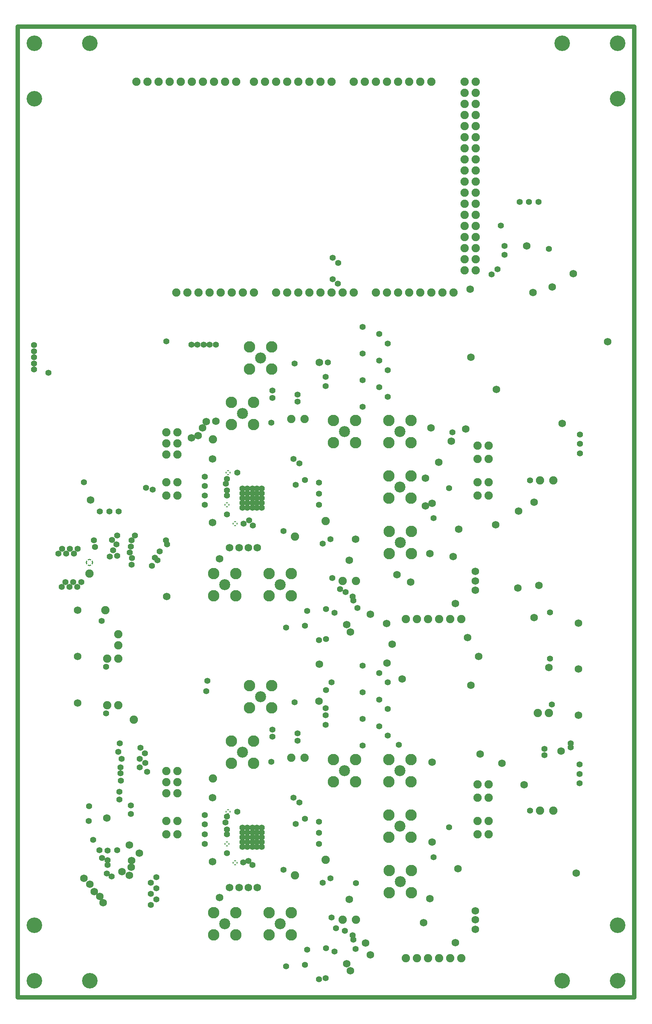
<source format=gbr>
%FSTAX23Y23*%
%MOIN*%
%SFA1B1*%

%IPPOS*%
%AMD68*
1,1,0.065433,0.000000,0.000000*
1,0,0.045433,0.000000,0.000000*
4,0,4,0.019600,0.026700,-0.026700,-0.019600,-0.019600,-0.026700,0.026700,0.019600,0.019600,0.026700,0.0*
4,0,4,-0.019600,0.026700,0.026700,-0.019600,0.019600,-0.026700,-0.026700,0.019600,-0.019600,0.026700,0.0*
%
%AMD72*
1,1,0.045000,0.000000,0.000000*
1,0,0.025000,0.000000,0.000000*
4,0,4,0.012400,0.019400,-0.019400,-0.012400,-0.012400,-0.019400,0.019400,0.012400,0.012400,0.019400,0.0*
4,0,4,-0.012400,0.019400,0.019400,-0.012400,0.012400,-0.019400,-0.019400,0.012400,-0.012400,0.019400,0.0*
%
%ADD64C,0.040000*%
%ADD65C,0.140000*%
%ADD66C,0.075433*%
G04~CAMADD=68~12~0.0~0.0~0.0~0.0~0.0~0.0~0~654.3~454.3~0.0~45.0~4~100.0~0.0~0.0~0.0~0~0.0~0.0~0.0~0.0~654.3~654.3*
%ADD68D68*%
%ADD70C,0.099055*%
%ADD71C,0.055000*%
G04~CAMADD=72~12~0.0~0.0~0.0~0.0~0.0~0.0~0~450.0~250.0~0.0~45.0~4~100.0~0.0~0.0~0.0~0~0.0~0.0~0.0~0.0~450.0~450.0*
%ADD72D72*%
%ADD73C,0.068000*%
%ADD75C,0.102992*%
%LNcfd_2channel_copper_plane_2-1*%
%LPD*%
G54D64*
X0Y0D02*
Y0875D01*
X0556*
Y0D02*
Y0875D01*
X0Y0D02*
X0556D01*
G54D65*
X0491Y0015D03*
X0541Y0065D03*
Y081D03*
X0491Y086D03*
X0065Y0015D03*
X0015Y0065D03*
Y081D03*
X0065Y086D03*
X0015D03*
Y0015D03*
X0541Y086D03*
Y0015D03*
G54D66*
X0471Y0466D03*
X02465Y05215D03*
Y0216D03*
X0471Y01685D03*
X0293Y03755D03*
Y007D03*
X0413Y06555D03*
X0403D03*
X0203Y06355D03*
X0193D03*
X0137Y08255D03*
X0483Y0466D03*
X0144Y04895D03*
X0134D03*
X0144Y04995D03*
X0134D03*
X0144Y05095D03*
X0134D03*
X0144Y0184D03*
X0134D03*
X0144Y0194D03*
X0134D03*
X0144Y0204D03*
X0134D03*
X02585Y0216D03*
X0305Y007D03*
X0176Y01975D03*
X04Y00355D03*
X039D03*
X038D03*
X037D03*
X036D03*
X035D03*
X025Y011D03*
X02775Y0124D03*
X0144Y0159D03*
X0134D03*
Y0147D03*
X0144D03*
X04145Y0192D03*
X04245D03*
Y018D03*
X04145D03*
Y0159D03*
X04245D03*
Y0147D03*
X04145D03*
X02775Y04295D03*
X0176Y0503D03*
X04245Y04645D03*
X04145D03*
Y04525D03*
X04245D03*
Y04975D03*
X04145D03*
Y04855D03*
X04245D03*
X0134Y04645D03*
X0144D03*
Y04525D03*
X0134D03*
X025Y04155D03*
X04Y0341D03*
X039D03*
X038D03*
X037D03*
X036D03*
X035D03*
X0305Y03755D03*
X02585Y05215D03*
X0469Y02565D03*
X0479D03*
X00805Y02635D03*
X00905D03*
X00645Y0382D03*
X00905Y03055D03*
X00805D03*
X00905Y03275D03*
Y03175D03*
X0483Y01685D03*
X0243Y06355D03*
X0263D03*
X0253D03*
X0283D03*
X0273D03*
X0303D03*
X0293D03*
X0233D03*
X0413Y06655D03*
X0403D03*
X0413Y06955D03*
Y06855D03*
Y06755D03*
Y07055D03*
X0403Y06955D03*
Y06855D03*
Y06755D03*
Y07055D03*
X0413Y07455D03*
Y07355D03*
X0403D03*
X0413Y07255D03*
X0403D03*
X0413Y07155D03*
X0403D03*
Y07455D03*
X0413Y07755D03*
Y07655D03*
Y07555D03*
Y07855D03*
X0403Y07755D03*
Y07655D03*
Y07555D03*
Y07855D03*
X0313Y08255D03*
X0333D03*
X0323D03*
X0353D03*
X0343D03*
X0373D03*
X0363D03*
X0303D03*
X0223D03*
X0243D03*
X0233D03*
X0263D03*
X0253D03*
X0283D03*
X0273D03*
X0157D03*
X0147D03*
X0177D03*
X0167D03*
X0117D03*
X0107D03*
X0127D03*
X0197D03*
X0187D03*
X0213D03*
X0413D03*
Y08155D03*
X0403D03*
X0413Y08055D03*
X0403D03*
X0413Y07955D03*
X0403D03*
Y08255D03*
X0333Y06355D03*
X0353D03*
X0343D03*
X0373D03*
X0363D03*
X0393D03*
X0383D03*
X0323D03*
X0153D03*
X0173D03*
X0163D03*
X0183D03*
X0213D03*
X0143D03*
X01045Y02505D03*
X0079Y0349D03*
G54D68*
X00645Y0392D03*
G54D70*
X02365Y00665D03*
X02025Y0221D03*
X01865Y00665D03*
X02945Y02045D03*
X0219Y0271D03*
X03445Y02045D03*
X0345Y01045D03*
X03445Y01545D03*
X0345Y041D03*
X03445Y046D03*
X0219Y05765D03*
X03445Y051D03*
X01865Y0372D03*
X02945Y051D03*
X02365Y0372D03*
X02025Y05265D03*
G54D71*
X04355Y06956D03*
X02028Y01531D03*
X02071D03*
X02115D03*
X02158D03*
X02201D03*
X02028Y01488D03*
X02071D03*
X02115D03*
X02158D03*
X02201D03*
X02028Y01445D03*
X02071D03*
X02115D03*
X02158D03*
X02201D03*
X02028Y01401D03*
X02071D03*
X02115D03*
X02158D03*
X02201D03*
X02028Y01358D03*
X02071D03*
X02115D03*
X02158D03*
X02201D03*
X02028Y04586D03*
X02071D03*
X02115D03*
X02158D03*
X02201D03*
X02028Y04543D03*
X02071D03*
X02115D03*
X02158D03*
X02201D03*
X02028Y045D03*
X02071D03*
X02115D03*
X02158D03*
X02201D03*
X02028Y04456D03*
X02071D03*
X02115D03*
X02158D03*
X02201D03*
X02028Y04413D03*
X02071D03*
X02115D03*
X02158D03*
X02201D03*
X01335Y0412D03*
X0305Y0103D03*
X03436Y02278D03*
X0326Y02925D03*
X03335Y0284D03*
X03749Y01264D03*
X05065Y021D03*
X0507Y0499D03*
Y05075D03*
Y04905D03*
X04985Y0229D03*
X04273Y06516D03*
X0284Y06475D03*
X02841Y06666D03*
X02885Y06435D03*
X0289Y0662D03*
X02523Y05435D03*
X04325Y06565D03*
X0479Y06747D03*
X0439Y06773D03*
X04525Y0717D03*
X0461D03*
X04695D03*
X0439Y06695D03*
X05065Y0193D03*
Y02015D03*
X0081Y01325D03*
X00642Y01725D03*
X0064Y0159D03*
X0068Y0142D03*
X00738Y01327D03*
X00898D03*
X0081Y01237D03*
X0076Y01257D03*
X02777Y02458D03*
X02777Y02542D03*
X02778Y0551D03*
X02775Y05595D03*
X0091Y0438D03*
X00825D03*
X0074D03*
X01685Y01385D03*
Y0147D03*
Y01642D03*
Y0156D03*
Y04695D03*
Y0461D03*
Y0444D03*
Y04525D03*
X01875Y0463D03*
X01886Y04675D03*
X0173Y05882D03*
X01675D03*
X0162D03*
X01565D03*
X01785D03*
X0134Y05915D03*
X00145Y0566D03*
X00275Y0563D03*
X00145Y0588D03*
Y05825D03*
Y0577D03*
Y05715D03*
X0198Y0473D03*
X03063Y0351D03*
X02907Y0368D03*
X0278Y0277D03*
X02777Y02606D03*
X0212Y04255D03*
X00845Y0109D03*
X02034Y01217D03*
X0125Y01085D03*
X02115Y01195D03*
X0208Y0123D03*
X00802Y01117D03*
X012Y00835D03*
X0081Y01195D03*
X01886Y01631D03*
X01885Y01515D03*
Y0457D03*
X02085Y043D03*
X01874Y01576D03*
X004Y04045D03*
X0054D03*
X00365Y04D03*
X00505D03*
X0047Y04045D03*
X00435Y04D03*
X00465Y037D03*
X00573Y03742D03*
X005Y03745D03*
X00535Y037D03*
X0043Y03745D03*
X00395Y037D03*
X00925Y02075D03*
Y0202D03*
X0093Y01955D03*
X00935Y0215D03*
X00905Y02215D03*
X0092Y0229D03*
X01165Y02035D03*
X011Y02075D03*
X0115Y02115D03*
X011Y0215D03*
X01145Y022D03*
X01105Y0225D03*
X0171Y02855D03*
X017Y0276D03*
X0283Y0284D03*
X0086Y0403D03*
X0083Y03975D03*
X00895Y0398D03*
X0089Y04085D03*
X0085Y04125D03*
X00895Y04165D03*
X00685Y0412D03*
X00695Y0406D03*
X01025Y039D03*
X0103Y0396D03*
X0101Y0401D03*
X0102Y04065D03*
X01025Y0412D03*
X01055Y04165D03*
X04985Y02255D03*
X0475Y02185D03*
Y0224D03*
X00595Y04645D03*
X01157Y04593D03*
X01216Y04576D03*
X03028Y00521D03*
X02855Y00412D03*
X03046Y00438D03*
X0302Y0056D03*
X0102Y0173D03*
Y01655D03*
X00915Y01855D03*
Y01785D03*
X00795Y0256D03*
X0283Y0072D03*
X0287Y00625D03*
X02835Y0378D03*
X03028Y03576D03*
X02957Y03655D03*
X02855Y03467D03*
X0302Y03615D03*
X02495Y0266D03*
X02715Y0322D03*
X0462Y0466D03*
X04818Y0264D03*
X048Y03055D03*
X0242Y03335D03*
X0278Y0323D03*
Y035D03*
X02775Y00175D03*
X0278Y00445D03*
X00757Y03395D03*
X01345Y04082D03*
X0126Y0394D03*
X0121Y0389D03*
X01235Y03964D03*
X0128Y04019D03*
X0125Y00985D03*
X012Y01035D03*
X0125Y00885D03*
X012Y00935D03*
X00795Y0298D03*
X0259Y00295D03*
X02715Y00165D03*
X0311Y0299D03*
X02487Y018D03*
X0254Y01758D03*
X0389Y01535D03*
X02506Y01565D03*
X0259Y0161D03*
X02523Y0238D03*
X02295Y02415D03*
X02523Y02315D03*
X02295Y0235D03*
X02285Y02125D03*
X0295Y006D03*
X0275Y01035D03*
X0282Y01075D03*
X0311Y0251D03*
Y0227D03*
X0261Y0043D03*
X0242Y0028D03*
X0311Y0275D03*
X03335Y026D03*
Y0236D03*
X02715Y01585D03*
Y01485D03*
Y01385D03*
X01885Y013D03*
X0198Y01675D03*
X02395Y0115D03*
X02487Y04855D03*
X02295Y0547D03*
X02523Y0537D03*
X02295Y05405D03*
X0275Y0409D03*
X0259Y04665D03*
X0261Y03485D03*
X02495Y05715D03*
X02795Y05725D03*
X02715Y0444D03*
Y0454D03*
Y0464D03*
X0254Y04813D03*
X02285Y0518D03*
X0462Y01685D03*
X048Y0347D03*
X01885Y0147D03*
X0326Y02685D03*
Y02445D03*
X02395Y04205D03*
X02035Y0427D03*
X01885Y04355D03*
X03335Y05415D03*
Y05655D03*
Y05895D03*
X0392Y05095D03*
X0282Y0413D03*
X02506Y0462D03*
X0259Y0335D03*
X0311Y05805D03*
Y05565D03*
X0326Y0574D03*
Y055D03*
X0311Y05325D03*
Y06045D03*
X0326Y0598D03*
X03749Y04319D03*
X0389Y0459D03*
X01885Y04525D03*
G54D72*
X01895Y0473D03*
X01885Y01385D03*
X01895Y01675D03*
X0196Y01215D03*
X01885Y0444D03*
X0196Y0427D03*
G54D73*
X03925Y03975D03*
X0342Y0381D03*
X0318Y03453D03*
X0431Y0426D03*
X04645Y06355D03*
X04315Y0548D03*
X04085Y02815D03*
X03465Y0287D03*
X0272Y03005D03*
X0532Y0591D03*
X0482Y06405D03*
X05035Y0112D03*
X0501Y06525D03*
X05055Y03375D03*
X04085Y0577D03*
X0408Y06385D03*
X03675Y0468D03*
X03045Y0413D03*
X03675Y0443D03*
X03795Y04825D03*
X0391Y05015D03*
X0404Y05125D03*
X0459Y06775D03*
X0491Y05175D03*
X04125Y0367D03*
Y03755D03*
Y0384D03*
Y00615D03*
Y007D03*
Y0078D03*
X01025Y01232D03*
X0216Y0099D03*
X0208D03*
X01995D03*
X0191D03*
X0182Y009D03*
X0216Y04055D03*
X0208D03*
X01995D03*
X0191D03*
X01755Y04855D03*
X017Y0519D03*
X01785Y05195D03*
X01665Y05135D03*
X01627Y05065D03*
X04515Y04385D03*
X04655Y04465D03*
X047Y03715D03*
X04655Y03425D03*
X03375Y03185D03*
X03325Y0337D03*
X02715Y0267D03*
X049Y0222D03*
X01005Y01375D03*
X01565Y05045D03*
X0077Y00855D03*
X0074Y0091D03*
X00595Y01075D03*
X0065Y0102D03*
X0069Y00955D03*
X01005Y011D03*
X01022Y01172D03*
X0094Y01135D03*
X01095Y013D03*
X0054Y0349D03*
X0451Y0369D03*
X0366Y00675D03*
X03715Y0089D03*
X0318Y00385D03*
X03542Y03742D03*
X03715Y04D03*
X03735Y0212D03*
X0479Y02975D03*
X0417Y02195D03*
X04567Y01917D03*
X04365Y0211D03*
X04055Y03245D03*
X04155Y03075D03*
X03975Y0422D03*
X0397Y0116D03*
X0333Y03015D03*
X02965Y0336D03*
X01344Y03612D03*
X00803Y01616D03*
X0054Y02655D03*
Y03075D03*
X00655Y04485D03*
X05055Y02545D03*
Y0296D03*
X03945Y00495D03*
X01755Y01225D03*
Y018D03*
X0299Y00885D03*
X03135Y0049D03*
X02965Y00305D03*
X03Y0024D03*
Y03295D03*
X0299Y0394D03*
X03945Y0355D03*
X03735Y014D03*
X0182Y03955D03*
X0272Y05725D03*
X03735Y04455D03*
X03725Y05135D03*
X01755Y0428D03*
G54D75*
X03545Y052D03*
X03345D03*
X03545Y05D03*
X03345Y047D03*
Y05D03*
X03545Y045D03*
Y047D03*
X0355Y042D03*
X0335D03*
X03345Y045D03*
X0355Y04D03*
X0335D03*
X02845Y052D03*
X0229Y05665D03*
Y05865D03*
X03045Y052D03*
Y05D03*
X02845D03*
X02125Y05165D03*
Y05365D03*
X02465Y0362D03*
Y0382D03*
X02265Y0362D03*
Y0382D03*
X03545Y01645D03*
Y01945D03*
X0355Y01145D03*
Y00945D03*
X03545Y02145D03*
X03345Y01645D03*
Y01945D03*
X03545Y01445D03*
X0335Y01145D03*
X03345Y01445D03*
Y02145D03*
X0335Y00945D03*
X02845Y02145D03*
X0229Y0261D03*
Y0281D03*
X03045Y02145D03*
Y01945D03*
X02845D03*
X02125Y0211D03*
Y0231D03*
X02465Y00565D03*
Y00765D03*
X02265Y00565D03*
Y00765D03*
X0209Y05865D03*
Y05665D03*
X01925Y05165D03*
Y05365D03*
X0209Y0281D03*
Y0261D03*
X01965Y0382D03*
Y0362D03*
X01925Y0211D03*
Y0231D03*
X01765Y0362D03*
Y0382D03*
X01965Y00765D03*
Y00565D03*
X01765D03*
Y00765D03*
M02*
</source>
